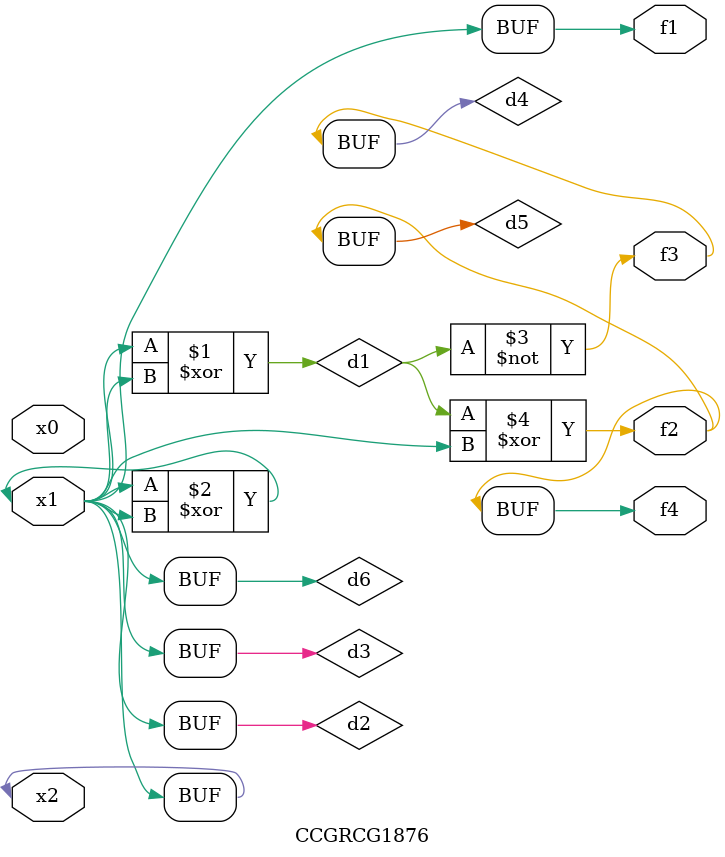
<source format=v>
module CCGRCG1876(
	input x0, x1, x2,
	output f1, f2, f3, f4
);

	wire d1, d2, d3, d4, d5, d6;

	xor (d1, x1, x2);
	buf (d2, x1, x2);
	xor (d3, x1, x2);
	nor (d4, d1);
	xor (d5, d1, d2);
	buf (d6, d2, d3);
	assign f1 = d6;
	assign f2 = d5;
	assign f3 = d4;
	assign f4 = d5;
endmodule

</source>
